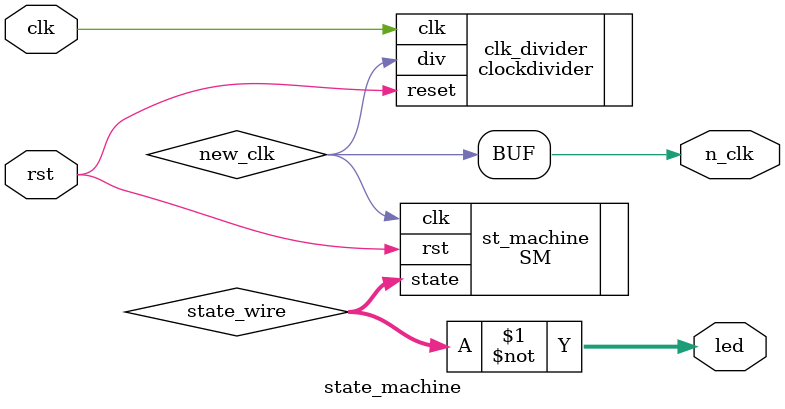
<source format=v>
module state_machine(
	input        clk,
    input        rst,
	output [1:0] led,
    output       n_clk
);

    wire [1:0] state_wire;
    wire       new_clk;
    
    clockdivider clk_divider(
        .clk(clk),
        .reset(rst),
        .div(new_clk)
    );
    
    SM st_machine(
        .clk(new_clk),
        .rst(rst),
        .state(state_wire)
    );
    
    assign n_clk = new_clk;
    assign led   = ~state_wire;
	
endmodule 
</source>
